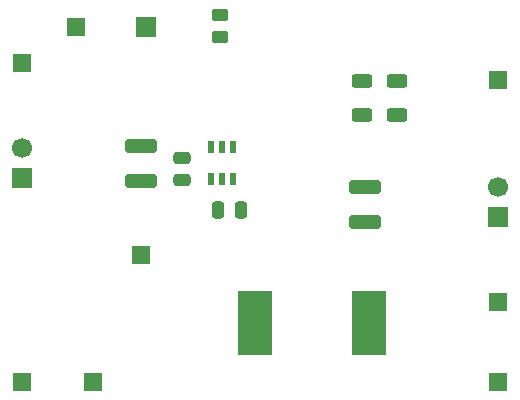
<source format=gts>
G04 #@! TF.GenerationSoftware,KiCad,Pcbnew,9.0.4*
G04 #@! TF.CreationDate,2025-12-29T16:46:33-08:00*
G04 #@! TF.ProjectId,bikelight,62696b65-6c69-4676-9874-2e6b69636164,rev?*
G04 #@! TF.SameCoordinates,Original*
G04 #@! TF.FileFunction,Soldermask,Top*
G04 #@! TF.FilePolarity,Negative*
%FSLAX46Y46*%
G04 Gerber Fmt 4.6, Leading zero omitted, Abs format (unit mm)*
G04 Created by KiCad (PCBNEW 9.0.4) date 2025-12-29 16:46:33*
%MOMM*%
%LPD*%
G01*
G04 APERTURE LIST*
G04 Aperture macros list*
%AMRoundRect*
0 Rectangle with rounded corners*
0 $1 Rounding radius*
0 $2 $3 $4 $5 $6 $7 $8 $9 X,Y pos of 4 corners*
0 Add a 4 corners polygon primitive as box body*
4,1,4,$2,$3,$4,$5,$6,$7,$8,$9,$2,$3,0*
0 Add four circle primitives for the rounded corners*
1,1,$1+$1,$2,$3*
1,1,$1+$1,$4,$5*
1,1,$1+$1,$6,$7*
1,1,$1+$1,$8,$9*
0 Add four rect primitives between the rounded corners*
20,1,$1+$1,$2,$3,$4,$5,0*
20,1,$1+$1,$4,$5,$6,$7,0*
20,1,$1+$1,$6,$7,$8,$9,0*
20,1,$1+$1,$8,$9,$2,$3,0*%
G04 Aperture macros list end*
%ADD10R,1.700000X1.700000*%
%ADD11C,1.700000*%
%ADD12R,1.500000X1.500000*%
%ADD13R,0.599999X1.000000*%
%ADD14RoundRect,0.250000X0.450000X-0.262500X0.450000X0.262500X-0.450000X0.262500X-0.450000X-0.262500X0*%
%ADD15RoundRect,0.250000X0.625000X-0.312500X0.625000X0.312500X-0.625000X0.312500X-0.625000X-0.312500X0*%
%ADD16RoundRect,0.250000X1.100000X-0.325000X1.100000X0.325000X-1.100000X0.325000X-1.100000X-0.325000X0*%
%ADD17R,2.900000X5.400000*%
%ADD18RoundRect,0.250000X0.250000X0.475000X-0.250000X0.475000X-0.250000X-0.475000X0.250000X-0.475000X0*%
%ADD19RoundRect,0.250000X0.475000X-0.250000X0.475000X0.250000X-0.475000X0.250000X-0.475000X-0.250000X0*%
G04 APERTURE END LIST*
D10*
X92000000Y-75275000D03*
D11*
X92000000Y-72735000D03*
D10*
X132250000Y-78525000D03*
D11*
X132250000Y-75985000D03*
D12*
X92000000Y-92500000D03*
D13*
X109825002Y-72624999D03*
X108875001Y-72624999D03*
X107925003Y-72624999D03*
X107925003Y-75374999D03*
X108875001Y-75374999D03*
X109825002Y-75374999D03*
D12*
X92000000Y-65500000D03*
X98000000Y-92500000D03*
D14*
X108750000Y-63325000D03*
X108750000Y-61500000D03*
D12*
X132250000Y-67000000D03*
D15*
X120750000Y-69962500D03*
X120750000Y-67037500D03*
D16*
X102000000Y-75475000D03*
X102000000Y-72525000D03*
D10*
X102500000Y-62500000D03*
D17*
X121350000Y-87500000D03*
X111650000Y-87500000D03*
D12*
X96500000Y-62500000D03*
X132250000Y-92500000D03*
X132250000Y-85750000D03*
X102000000Y-81750000D03*
D18*
X110500000Y-78000000D03*
X108600000Y-78000000D03*
D19*
X105500000Y-75450000D03*
X105500000Y-73550000D03*
D15*
X123750000Y-69962500D03*
X123750000Y-67037500D03*
D16*
X121000000Y-78975000D03*
X121000000Y-76025000D03*
M02*

</source>
